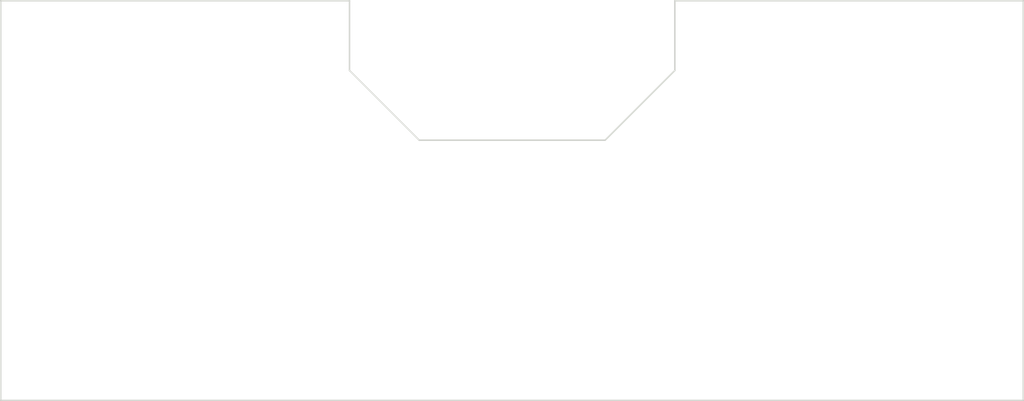
<source format=kicad_pcb>
(kicad_pcb (version 4) (host kicad "dummy file") 
  (gr_line (start 203.480 68.170) (end 203.480 111.170) (angle 90) (layer Edge.Cuts) (width 0.16))
  (gr_line (start 203.480 111.170) (end 93.480 111.170) (angle 90) (layer Edge.Cuts) (width 0.16))
  (gr_line (start 93.480 111.170) (end 93.480 68.170) (angle 90) (layer Edge.Cuts) (width 0.16))
  (gr_line (start 131.000 68.170) (end 131.000 75.670) (angle 90) (layer Edge.Cuts) (width 0.16))
  (gr_line (start 131.000 75.670) (end 138.500 83.170) (angle 90) (layer Edge.Cuts) (width 0.16))
  (gr_line (start 138.500 83.170) (end 158.500 83.170) (angle 90) (layer Edge.Cuts) (width 0.16))
  (gr_line (start 158.500 83.170) (end 166.000 75.670) (angle 90) (layer Edge.Cuts) (width 0.16))
  (gr_line (start 166.000 75.670) (end 166.000 68.170) (angle 90) (layer Edge.Cuts) (width 0.16))
  (gr_line (start 93.480 68.170) (end 131.000 68.170) (angle 90) (layer Edge.Cuts) (width 0.16))
  (gr_line (start 166.000 68.170) (end 203.480 68.170) (angle 90) (layer Edge.Cuts) (width 0.16))
)
 
</source>
